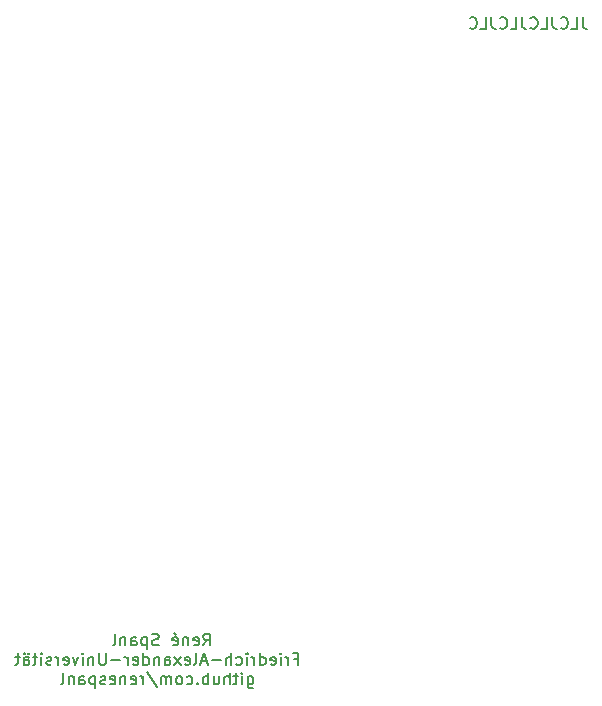
<source format=gbr>
%TF.GenerationSoftware,KiCad,Pcbnew,(5.1.5)-3*%
%TF.CreationDate,2020-11-20T20:56:12+01:00*%
%TF.ProjectId,PCB,5043422e-6b69-4636-9164-5f7063625858,rev?*%
%TF.SameCoordinates,Original*%
%TF.FileFunction,Legend,Bot*%
%TF.FilePolarity,Positive*%
%FSLAX46Y46*%
G04 Gerber Fmt 4.6, Leading zero omitted, Abs format (unit mm)*
G04 Created by KiCad (PCBNEW (5.1.5)-3) date 2020-11-20 20:56:12*
%MOMM*%
%LPD*%
G04 APERTURE LIST*
%ADD10C,0.150000*%
G04 APERTURE END LIST*
D10*
X161464142Y-73224380D02*
X161797476Y-72748190D01*
X162035571Y-73224380D02*
X162035571Y-72224380D01*
X161654619Y-72224380D01*
X161559380Y-72272000D01*
X161511761Y-72319619D01*
X161464142Y-72414857D01*
X161464142Y-72557714D01*
X161511761Y-72652952D01*
X161559380Y-72700571D01*
X161654619Y-72748190D01*
X162035571Y-72748190D01*
X160654619Y-73176761D02*
X160749857Y-73224380D01*
X160940333Y-73224380D01*
X161035571Y-73176761D01*
X161083190Y-73081523D01*
X161083190Y-72700571D01*
X161035571Y-72605333D01*
X160940333Y-72557714D01*
X160749857Y-72557714D01*
X160654619Y-72605333D01*
X160607000Y-72700571D01*
X160607000Y-72795809D01*
X161083190Y-72891047D01*
X160178428Y-72557714D02*
X160178428Y-73224380D01*
X160178428Y-72652952D02*
X160130809Y-72605333D01*
X160035571Y-72557714D01*
X159892714Y-72557714D01*
X159797476Y-72605333D01*
X159749857Y-72700571D01*
X159749857Y-73224380D01*
X158892714Y-73176761D02*
X158987952Y-73224380D01*
X159178428Y-73224380D01*
X159273666Y-73176761D01*
X159321285Y-73081523D01*
X159321285Y-72700571D01*
X159273666Y-72605333D01*
X159178428Y-72557714D01*
X158987952Y-72557714D01*
X158892714Y-72605333D01*
X158845095Y-72700571D01*
X158845095Y-72795809D01*
X159321285Y-72891047D01*
X158987952Y-72176761D02*
X159130809Y-72319619D01*
X157702238Y-73176761D02*
X157559380Y-73224380D01*
X157321285Y-73224380D01*
X157226047Y-73176761D01*
X157178428Y-73129142D01*
X157130809Y-73033904D01*
X157130809Y-72938666D01*
X157178428Y-72843428D01*
X157226047Y-72795809D01*
X157321285Y-72748190D01*
X157511761Y-72700571D01*
X157607000Y-72652952D01*
X157654619Y-72605333D01*
X157702238Y-72510095D01*
X157702238Y-72414857D01*
X157654619Y-72319619D01*
X157607000Y-72272000D01*
X157511761Y-72224380D01*
X157273666Y-72224380D01*
X157130809Y-72272000D01*
X156702238Y-72557714D02*
X156702238Y-73557714D01*
X156702238Y-72605333D02*
X156607000Y-72557714D01*
X156416523Y-72557714D01*
X156321285Y-72605333D01*
X156273666Y-72652952D01*
X156226047Y-72748190D01*
X156226047Y-73033904D01*
X156273666Y-73129142D01*
X156321285Y-73176761D01*
X156416523Y-73224380D01*
X156607000Y-73224380D01*
X156702238Y-73176761D01*
X155368904Y-73224380D02*
X155368904Y-72700571D01*
X155416523Y-72605333D01*
X155511761Y-72557714D01*
X155702238Y-72557714D01*
X155797476Y-72605333D01*
X155368904Y-73176761D02*
X155464142Y-73224380D01*
X155702238Y-73224380D01*
X155797476Y-73176761D01*
X155845095Y-73081523D01*
X155845095Y-72986285D01*
X155797476Y-72891047D01*
X155702238Y-72843428D01*
X155464142Y-72843428D01*
X155368904Y-72795809D01*
X154892714Y-72557714D02*
X154892714Y-73224380D01*
X154892714Y-72652952D02*
X154845095Y-72605333D01*
X154749857Y-72557714D01*
X154607000Y-72557714D01*
X154511761Y-72605333D01*
X154464142Y-72700571D01*
X154464142Y-73224380D01*
X153845095Y-73224380D02*
X153940333Y-73176761D01*
X153987952Y-73081523D01*
X153987952Y-72224380D01*
X169178428Y-74350571D02*
X169511761Y-74350571D01*
X169511761Y-74874380D02*
X169511761Y-73874380D01*
X169035571Y-73874380D01*
X168654619Y-74874380D02*
X168654619Y-74207714D01*
X168654619Y-74398190D02*
X168607000Y-74302952D01*
X168559380Y-74255333D01*
X168464142Y-74207714D01*
X168368904Y-74207714D01*
X168035571Y-74874380D02*
X168035571Y-74207714D01*
X168035571Y-73874380D02*
X168083190Y-73922000D01*
X168035571Y-73969619D01*
X167987952Y-73922000D01*
X168035571Y-73874380D01*
X168035571Y-73969619D01*
X167178428Y-74826761D02*
X167273666Y-74874380D01*
X167464142Y-74874380D01*
X167559380Y-74826761D01*
X167607000Y-74731523D01*
X167607000Y-74350571D01*
X167559380Y-74255333D01*
X167464142Y-74207714D01*
X167273666Y-74207714D01*
X167178428Y-74255333D01*
X167130809Y-74350571D01*
X167130809Y-74445809D01*
X167607000Y-74541047D01*
X166273666Y-74874380D02*
X166273666Y-73874380D01*
X166273666Y-74826761D02*
X166368904Y-74874380D01*
X166559380Y-74874380D01*
X166654619Y-74826761D01*
X166702238Y-74779142D01*
X166749857Y-74683904D01*
X166749857Y-74398190D01*
X166702238Y-74302952D01*
X166654619Y-74255333D01*
X166559380Y-74207714D01*
X166368904Y-74207714D01*
X166273666Y-74255333D01*
X165797476Y-74874380D02*
X165797476Y-74207714D01*
X165797476Y-74398190D02*
X165749857Y-74302952D01*
X165702238Y-74255333D01*
X165607000Y-74207714D01*
X165511761Y-74207714D01*
X165178428Y-74874380D02*
X165178428Y-74207714D01*
X165178428Y-73874380D02*
X165226047Y-73922000D01*
X165178428Y-73969619D01*
X165130809Y-73922000D01*
X165178428Y-73874380D01*
X165178428Y-73969619D01*
X164273666Y-74826761D02*
X164368904Y-74874380D01*
X164559380Y-74874380D01*
X164654619Y-74826761D01*
X164702238Y-74779142D01*
X164749857Y-74683904D01*
X164749857Y-74398190D01*
X164702238Y-74302952D01*
X164654619Y-74255333D01*
X164559380Y-74207714D01*
X164368904Y-74207714D01*
X164273666Y-74255333D01*
X163845095Y-74874380D02*
X163845095Y-73874380D01*
X163416523Y-74874380D02*
X163416523Y-74350571D01*
X163464142Y-74255333D01*
X163559380Y-74207714D01*
X163702238Y-74207714D01*
X163797476Y-74255333D01*
X163845095Y-74302952D01*
X162940333Y-74493428D02*
X162178428Y-74493428D01*
X161749857Y-74588666D02*
X161273666Y-74588666D01*
X161845095Y-74874380D02*
X161511761Y-73874380D01*
X161178428Y-74874380D01*
X160702238Y-74874380D02*
X160797476Y-74826761D01*
X160845095Y-74731523D01*
X160845095Y-73874380D01*
X159940333Y-74826761D02*
X160035571Y-74874380D01*
X160226047Y-74874380D01*
X160321285Y-74826761D01*
X160368904Y-74731523D01*
X160368904Y-74350571D01*
X160321285Y-74255333D01*
X160226047Y-74207714D01*
X160035571Y-74207714D01*
X159940333Y-74255333D01*
X159892714Y-74350571D01*
X159892714Y-74445809D01*
X160368904Y-74541047D01*
X159559380Y-74874380D02*
X159035571Y-74207714D01*
X159559380Y-74207714D02*
X159035571Y-74874380D01*
X158226047Y-74874380D02*
X158226047Y-74350571D01*
X158273666Y-74255333D01*
X158368904Y-74207714D01*
X158559380Y-74207714D01*
X158654619Y-74255333D01*
X158226047Y-74826761D02*
X158321285Y-74874380D01*
X158559380Y-74874380D01*
X158654619Y-74826761D01*
X158702238Y-74731523D01*
X158702238Y-74636285D01*
X158654619Y-74541047D01*
X158559380Y-74493428D01*
X158321285Y-74493428D01*
X158226047Y-74445809D01*
X157749857Y-74207714D02*
X157749857Y-74874380D01*
X157749857Y-74302952D02*
X157702238Y-74255333D01*
X157607000Y-74207714D01*
X157464142Y-74207714D01*
X157368904Y-74255333D01*
X157321285Y-74350571D01*
X157321285Y-74874380D01*
X156416523Y-74874380D02*
X156416523Y-73874380D01*
X156416523Y-74826761D02*
X156511761Y-74874380D01*
X156702238Y-74874380D01*
X156797476Y-74826761D01*
X156845095Y-74779142D01*
X156892714Y-74683904D01*
X156892714Y-74398190D01*
X156845095Y-74302952D01*
X156797476Y-74255333D01*
X156702238Y-74207714D01*
X156511761Y-74207714D01*
X156416523Y-74255333D01*
X155559380Y-74826761D02*
X155654619Y-74874380D01*
X155845095Y-74874380D01*
X155940333Y-74826761D01*
X155987952Y-74731523D01*
X155987952Y-74350571D01*
X155940333Y-74255333D01*
X155845095Y-74207714D01*
X155654619Y-74207714D01*
X155559380Y-74255333D01*
X155511761Y-74350571D01*
X155511761Y-74445809D01*
X155987952Y-74541047D01*
X155083190Y-74874380D02*
X155083190Y-74207714D01*
X155083190Y-74398190D02*
X155035571Y-74302952D01*
X154987952Y-74255333D01*
X154892714Y-74207714D01*
X154797476Y-74207714D01*
X154464142Y-74493428D02*
X153702238Y-74493428D01*
X153226047Y-73874380D02*
X153226047Y-74683904D01*
X153178428Y-74779142D01*
X153130809Y-74826761D01*
X153035571Y-74874380D01*
X152845095Y-74874380D01*
X152749857Y-74826761D01*
X152702238Y-74779142D01*
X152654619Y-74683904D01*
X152654619Y-73874380D01*
X152178428Y-74207714D02*
X152178428Y-74874380D01*
X152178428Y-74302952D02*
X152130809Y-74255333D01*
X152035571Y-74207714D01*
X151892714Y-74207714D01*
X151797476Y-74255333D01*
X151749857Y-74350571D01*
X151749857Y-74874380D01*
X151273666Y-74874380D02*
X151273666Y-74207714D01*
X151273666Y-73874380D02*
X151321285Y-73922000D01*
X151273666Y-73969619D01*
X151226047Y-73922000D01*
X151273666Y-73874380D01*
X151273666Y-73969619D01*
X150892714Y-74207714D02*
X150654619Y-74874380D01*
X150416523Y-74207714D01*
X149654619Y-74826761D02*
X149749857Y-74874380D01*
X149940333Y-74874380D01*
X150035571Y-74826761D01*
X150083190Y-74731523D01*
X150083190Y-74350571D01*
X150035571Y-74255333D01*
X149940333Y-74207714D01*
X149749857Y-74207714D01*
X149654619Y-74255333D01*
X149607000Y-74350571D01*
X149607000Y-74445809D01*
X150083190Y-74541047D01*
X149178428Y-74874380D02*
X149178428Y-74207714D01*
X149178428Y-74398190D02*
X149130809Y-74302952D01*
X149083190Y-74255333D01*
X148987952Y-74207714D01*
X148892714Y-74207714D01*
X148607000Y-74826761D02*
X148511761Y-74874380D01*
X148321285Y-74874380D01*
X148226047Y-74826761D01*
X148178428Y-74731523D01*
X148178428Y-74683904D01*
X148226047Y-74588666D01*
X148321285Y-74541047D01*
X148464142Y-74541047D01*
X148559380Y-74493428D01*
X148607000Y-74398190D01*
X148607000Y-74350571D01*
X148559380Y-74255333D01*
X148464142Y-74207714D01*
X148321285Y-74207714D01*
X148226047Y-74255333D01*
X147749857Y-74874380D02*
X147749857Y-74207714D01*
X147749857Y-73874380D02*
X147797476Y-73922000D01*
X147749857Y-73969619D01*
X147702238Y-73922000D01*
X147749857Y-73874380D01*
X147749857Y-73969619D01*
X147416523Y-74207714D02*
X147035571Y-74207714D01*
X147273666Y-73874380D02*
X147273666Y-74731523D01*
X147226047Y-74826761D01*
X147130809Y-74874380D01*
X147035571Y-74874380D01*
X146273666Y-74874380D02*
X146273666Y-74350571D01*
X146321285Y-74255333D01*
X146416523Y-74207714D01*
X146607000Y-74207714D01*
X146702238Y-74255333D01*
X146273666Y-74826761D02*
X146368904Y-74874380D01*
X146607000Y-74874380D01*
X146702238Y-74826761D01*
X146749857Y-74731523D01*
X146749857Y-74636285D01*
X146702238Y-74541047D01*
X146607000Y-74493428D01*
X146368904Y-74493428D01*
X146273666Y-74445809D01*
X146702238Y-73874380D02*
X146654619Y-73922000D01*
X146702238Y-73969619D01*
X146749857Y-73922000D01*
X146702238Y-73874380D01*
X146702238Y-73969619D01*
X146321285Y-73874380D02*
X146273666Y-73922000D01*
X146321285Y-73969619D01*
X146368904Y-73922000D01*
X146321285Y-73874380D01*
X146321285Y-73969619D01*
X145940333Y-74207714D02*
X145559380Y-74207714D01*
X145797476Y-73874380D02*
X145797476Y-74731523D01*
X145749857Y-74826761D01*
X145654619Y-74874380D01*
X145559380Y-74874380D01*
X165226047Y-75857714D02*
X165226047Y-76667238D01*
X165273666Y-76762476D01*
X165321285Y-76810095D01*
X165416523Y-76857714D01*
X165559380Y-76857714D01*
X165654619Y-76810095D01*
X165226047Y-76476761D02*
X165321285Y-76524380D01*
X165511761Y-76524380D01*
X165607000Y-76476761D01*
X165654619Y-76429142D01*
X165702238Y-76333904D01*
X165702238Y-76048190D01*
X165654619Y-75952952D01*
X165607000Y-75905333D01*
X165511761Y-75857714D01*
X165321285Y-75857714D01*
X165226047Y-75905333D01*
X164749857Y-76524380D02*
X164749857Y-75857714D01*
X164749857Y-75524380D02*
X164797476Y-75572000D01*
X164749857Y-75619619D01*
X164702238Y-75572000D01*
X164749857Y-75524380D01*
X164749857Y-75619619D01*
X164416523Y-75857714D02*
X164035571Y-75857714D01*
X164273666Y-75524380D02*
X164273666Y-76381523D01*
X164226047Y-76476761D01*
X164130809Y-76524380D01*
X164035571Y-76524380D01*
X163702238Y-76524380D02*
X163702238Y-75524380D01*
X163273666Y-76524380D02*
X163273666Y-76000571D01*
X163321285Y-75905333D01*
X163416523Y-75857714D01*
X163559380Y-75857714D01*
X163654619Y-75905333D01*
X163702238Y-75952952D01*
X162368904Y-75857714D02*
X162368904Y-76524380D01*
X162797476Y-75857714D02*
X162797476Y-76381523D01*
X162749857Y-76476761D01*
X162654619Y-76524380D01*
X162511761Y-76524380D01*
X162416523Y-76476761D01*
X162368904Y-76429142D01*
X161892714Y-76524380D02*
X161892714Y-75524380D01*
X161892714Y-75905333D02*
X161797476Y-75857714D01*
X161607000Y-75857714D01*
X161511761Y-75905333D01*
X161464142Y-75952952D01*
X161416523Y-76048190D01*
X161416523Y-76333904D01*
X161464142Y-76429142D01*
X161511761Y-76476761D01*
X161607000Y-76524380D01*
X161797476Y-76524380D01*
X161892714Y-76476761D01*
X160987952Y-76429142D02*
X160940333Y-76476761D01*
X160987952Y-76524380D01*
X161035571Y-76476761D01*
X160987952Y-76429142D01*
X160987952Y-76524380D01*
X160083190Y-76476761D02*
X160178428Y-76524380D01*
X160368904Y-76524380D01*
X160464142Y-76476761D01*
X160511761Y-76429142D01*
X160559380Y-76333904D01*
X160559380Y-76048190D01*
X160511761Y-75952952D01*
X160464142Y-75905333D01*
X160368904Y-75857714D01*
X160178428Y-75857714D01*
X160083190Y-75905333D01*
X159511761Y-76524380D02*
X159607000Y-76476761D01*
X159654619Y-76429142D01*
X159702238Y-76333904D01*
X159702238Y-76048190D01*
X159654619Y-75952952D01*
X159607000Y-75905333D01*
X159511761Y-75857714D01*
X159368904Y-75857714D01*
X159273666Y-75905333D01*
X159226047Y-75952952D01*
X159178428Y-76048190D01*
X159178428Y-76333904D01*
X159226047Y-76429142D01*
X159273666Y-76476761D01*
X159368904Y-76524380D01*
X159511761Y-76524380D01*
X158749857Y-76524380D02*
X158749857Y-75857714D01*
X158749857Y-75952952D02*
X158702238Y-75905333D01*
X158607000Y-75857714D01*
X158464142Y-75857714D01*
X158368904Y-75905333D01*
X158321285Y-76000571D01*
X158321285Y-76524380D01*
X158321285Y-76000571D02*
X158273666Y-75905333D01*
X158178428Y-75857714D01*
X158035571Y-75857714D01*
X157940333Y-75905333D01*
X157892714Y-76000571D01*
X157892714Y-76524380D01*
X156702238Y-75476761D02*
X157559380Y-76762476D01*
X156368904Y-76524380D02*
X156368904Y-75857714D01*
X156368904Y-76048190D02*
X156321285Y-75952952D01*
X156273666Y-75905333D01*
X156178428Y-75857714D01*
X156083190Y-75857714D01*
X155368904Y-76476761D02*
X155464142Y-76524380D01*
X155654619Y-76524380D01*
X155749857Y-76476761D01*
X155797476Y-76381523D01*
X155797476Y-76000571D01*
X155749857Y-75905333D01*
X155654619Y-75857714D01*
X155464142Y-75857714D01*
X155368904Y-75905333D01*
X155321285Y-76000571D01*
X155321285Y-76095809D01*
X155797476Y-76191047D01*
X154892714Y-75857714D02*
X154892714Y-76524380D01*
X154892714Y-75952952D02*
X154845095Y-75905333D01*
X154749857Y-75857714D01*
X154607000Y-75857714D01*
X154511761Y-75905333D01*
X154464142Y-76000571D01*
X154464142Y-76524380D01*
X153607000Y-76476761D02*
X153702238Y-76524380D01*
X153892714Y-76524380D01*
X153987952Y-76476761D01*
X154035571Y-76381523D01*
X154035571Y-76000571D01*
X153987952Y-75905333D01*
X153892714Y-75857714D01*
X153702238Y-75857714D01*
X153607000Y-75905333D01*
X153559380Y-76000571D01*
X153559380Y-76095809D01*
X154035571Y-76191047D01*
X153178428Y-76476761D02*
X153083190Y-76524380D01*
X152892714Y-76524380D01*
X152797476Y-76476761D01*
X152749857Y-76381523D01*
X152749857Y-76333904D01*
X152797476Y-76238666D01*
X152892714Y-76191047D01*
X153035571Y-76191047D01*
X153130809Y-76143428D01*
X153178428Y-76048190D01*
X153178428Y-76000571D01*
X153130809Y-75905333D01*
X153035571Y-75857714D01*
X152892714Y-75857714D01*
X152797476Y-75905333D01*
X152321285Y-75857714D02*
X152321285Y-76857714D01*
X152321285Y-75905333D02*
X152226047Y-75857714D01*
X152035571Y-75857714D01*
X151940333Y-75905333D01*
X151892714Y-75952952D01*
X151845095Y-76048190D01*
X151845095Y-76333904D01*
X151892714Y-76429142D01*
X151940333Y-76476761D01*
X152035571Y-76524380D01*
X152226047Y-76524380D01*
X152321285Y-76476761D01*
X150987952Y-76524380D02*
X150987952Y-76000571D01*
X151035571Y-75905333D01*
X151130809Y-75857714D01*
X151321285Y-75857714D01*
X151416523Y-75905333D01*
X150987952Y-76476761D02*
X151083190Y-76524380D01*
X151321285Y-76524380D01*
X151416523Y-76476761D01*
X151464142Y-76381523D01*
X151464142Y-76286285D01*
X151416523Y-76191047D01*
X151321285Y-76143428D01*
X151083190Y-76143428D01*
X150987952Y-76095809D01*
X150511761Y-75857714D02*
X150511761Y-76524380D01*
X150511761Y-75952952D02*
X150464142Y-75905333D01*
X150368904Y-75857714D01*
X150226047Y-75857714D01*
X150130809Y-75905333D01*
X150083190Y-76000571D01*
X150083190Y-76524380D01*
X149464142Y-76524380D02*
X149559380Y-76476761D01*
X149607000Y-76381523D01*
X149607000Y-75524380D01*
X193595047Y-20026380D02*
X193595047Y-20740666D01*
X193642666Y-20883523D01*
X193737904Y-20978761D01*
X193880761Y-21026380D01*
X193976000Y-21026380D01*
X192642666Y-21026380D02*
X193118857Y-21026380D01*
X193118857Y-20026380D01*
X191737904Y-20931142D02*
X191785523Y-20978761D01*
X191928380Y-21026380D01*
X192023619Y-21026380D01*
X192166476Y-20978761D01*
X192261714Y-20883523D01*
X192309333Y-20788285D01*
X192356952Y-20597809D01*
X192356952Y-20454952D01*
X192309333Y-20264476D01*
X192261714Y-20169238D01*
X192166476Y-20074000D01*
X192023619Y-20026380D01*
X191928380Y-20026380D01*
X191785523Y-20074000D01*
X191737904Y-20121619D01*
X191023619Y-20026380D02*
X191023619Y-20740666D01*
X191071238Y-20883523D01*
X191166476Y-20978761D01*
X191309333Y-21026380D01*
X191404571Y-21026380D01*
X190071238Y-21026380D02*
X190547428Y-21026380D01*
X190547428Y-20026380D01*
X189166476Y-20931142D02*
X189214095Y-20978761D01*
X189356952Y-21026380D01*
X189452190Y-21026380D01*
X189595047Y-20978761D01*
X189690285Y-20883523D01*
X189737904Y-20788285D01*
X189785523Y-20597809D01*
X189785523Y-20454952D01*
X189737904Y-20264476D01*
X189690285Y-20169238D01*
X189595047Y-20074000D01*
X189452190Y-20026380D01*
X189356952Y-20026380D01*
X189214095Y-20074000D01*
X189166476Y-20121619D01*
X188452190Y-20026380D02*
X188452190Y-20740666D01*
X188499809Y-20883523D01*
X188595047Y-20978761D01*
X188737904Y-21026380D01*
X188833142Y-21026380D01*
X187499809Y-21026380D02*
X187976000Y-21026380D01*
X187976000Y-20026380D01*
X186595047Y-20931142D02*
X186642666Y-20978761D01*
X186785523Y-21026380D01*
X186880761Y-21026380D01*
X187023619Y-20978761D01*
X187118857Y-20883523D01*
X187166476Y-20788285D01*
X187214095Y-20597809D01*
X187214095Y-20454952D01*
X187166476Y-20264476D01*
X187118857Y-20169238D01*
X187023619Y-20074000D01*
X186880761Y-20026380D01*
X186785523Y-20026380D01*
X186642666Y-20074000D01*
X186595047Y-20121619D01*
X185880761Y-20026380D02*
X185880761Y-20740666D01*
X185928380Y-20883523D01*
X186023619Y-20978761D01*
X186166476Y-21026380D01*
X186261714Y-21026380D01*
X184928380Y-21026380D02*
X185404571Y-21026380D01*
X185404571Y-20026380D01*
X184023619Y-20931142D02*
X184071238Y-20978761D01*
X184214095Y-21026380D01*
X184309333Y-21026380D01*
X184452190Y-20978761D01*
X184547428Y-20883523D01*
X184595047Y-20788285D01*
X184642666Y-20597809D01*
X184642666Y-20454952D01*
X184595047Y-20264476D01*
X184547428Y-20169238D01*
X184452190Y-20074000D01*
X184309333Y-20026380D01*
X184214095Y-20026380D01*
X184071238Y-20074000D01*
X184023619Y-20121619D01*
M02*

</source>
